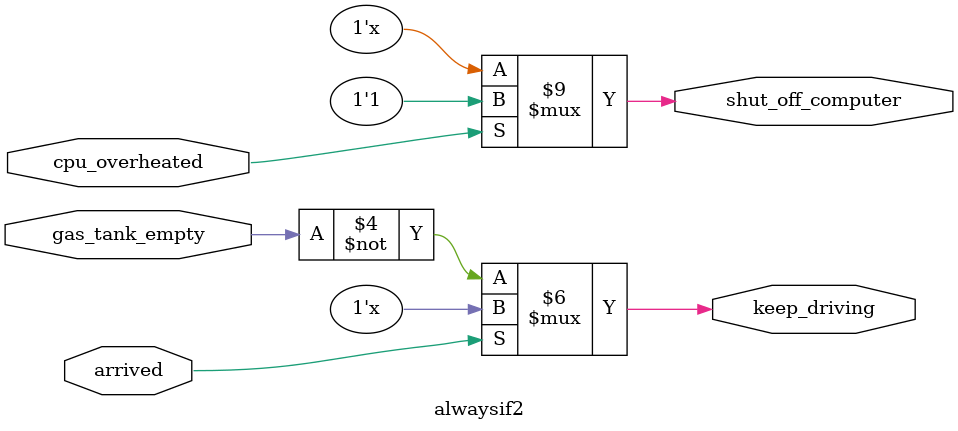
<source format=v>
module alwaysif2(

    input           cpu_overheated,
    output reg      shut_off_computer,
    input           arrived,
    input           gas_tank_empty,
    output reg      keep_driving


);

    always @(*) begin 
        if (cpu_overheated)
            shut_off_computer = 1;
        end

    always @(*) begin
        if (~arrived)
            keep_driving = ~gas_tank_empty;
        end


endmodule
</source>
